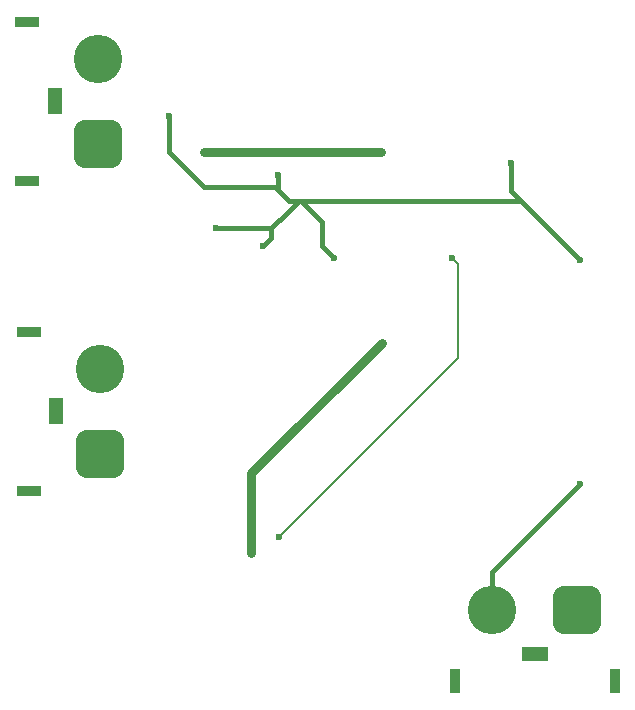
<source format=gbr>
%TF.GenerationSoftware,KiCad,Pcbnew,8.0.6*%
%TF.CreationDate,2025-02-02T12:33:11-05:00*%
%TF.ProjectId,Electrical schematic,456c6563-7472-4696-9361-6c2073636865,rev?*%
%TF.SameCoordinates,Original*%
%TF.FileFunction,Copper,L2,Bot*%
%TF.FilePolarity,Positive*%
%FSLAX46Y46*%
G04 Gerber Fmt 4.6, Leading zero omitted, Abs format (unit mm)*
G04 Created by KiCad (PCBNEW 8.0.6) date 2025-02-02 12:33:11*
%MOMM*%
%LPD*%
G01*
G04 APERTURE LIST*
G04 Aperture macros list*
%AMRoundRect*
0 Rectangle with rounded corners*
0 $1 Rounding radius*
0 $2 $3 $4 $5 $6 $7 $8 $9 X,Y pos of 4 corners*
0 Add a 4 corners polygon primitive as box body*
4,1,4,$2,$3,$4,$5,$6,$7,$8,$9,$2,$3,0*
0 Add four circle primitives for the rounded corners*
1,1,$1+$1,$2,$3*
1,1,$1+$1,$4,$5*
1,1,$1+$1,$6,$7*
1,1,$1+$1,$8,$9*
0 Add four rect primitives between the rounded corners*
20,1,$1+$1,$2,$3,$4,$5,0*
20,1,$1+$1,$4,$5,$6,$7,0*
20,1,$1+$1,$6,$7,$8,$9,0*
20,1,$1+$1,$8,$9,$2,$3,0*%
G04 Aperture macros list end*
%TA.AperFunction,ComponentPad*%
%ADD10R,2.000000X0.900000*%
%TD*%
%TA.AperFunction,ComponentPad*%
%ADD11RoundRect,1.025000X1.025000X-1.025000X1.025000X1.025000X-1.025000X1.025000X-1.025000X-1.025000X0*%
%TD*%
%TA.AperFunction,ComponentPad*%
%ADD12C,4.100000*%
%TD*%
%TA.AperFunction,ComponentPad*%
%ADD13R,1.300000X2.300000*%
%TD*%
%TA.AperFunction,ComponentPad*%
%ADD14R,2.300000X1.300000*%
%TD*%
%TA.AperFunction,ComponentPad*%
%ADD15RoundRect,1.025000X1.025000X1.025000X-1.025000X1.025000X-1.025000X-1.025000X1.025000X-1.025000X0*%
%TD*%
%TA.AperFunction,ComponentPad*%
%ADD16R,0.900000X2.000000*%
%TD*%
%TA.AperFunction,ViaPad*%
%ADD17C,0.600000*%
%TD*%
%TA.AperFunction,Conductor*%
%ADD18C,0.400000*%
%TD*%
%TA.AperFunction,Conductor*%
%ADD19C,0.800000*%
%TD*%
%TA.AperFunction,Conductor*%
%ADD20C,0.200000*%
%TD*%
G04 APERTURE END LIST*
D10*
%TO.P,J5,*%
%TO.N,*%
X117000000Y-93500000D03*
X117000000Y-80000000D03*
D11*
%TO.P,J5,1,+*%
%TO.N,/Buck Converter/Vout (5V 5A)*%
X123000000Y-90350000D03*
D12*
%TO.P,J5,2,-*%
%TO.N,GND*%
X123000000Y-83150000D03*
D13*
%TO.P,J5,3*%
%TO.N,N/C*%
X119350000Y-86750000D03*
%TD*%
D14*
%TO.P,J2,3*%
%TO.N,N/C*%
X160000000Y-133500000D03*
D12*
%TO.P,J2,2,-*%
%TO.N,GND*%
X156400000Y-129850000D03*
D15*
%TO.P,J2,1,+*%
%TO.N,/Current Sensor/CURRENT IN*%
X163600000Y-129850000D03*
D16*
%TO.P,J2,*%
%TO.N,*%
X153250000Y-135850000D03*
X166750000Y-135850000D03*
%TD*%
D10*
%TO.P,J3,*%
%TO.N,*%
X117150000Y-119750000D03*
X117150000Y-106250000D03*
D11*
%TO.P,J3,1,+*%
%TO.N,/Buck Converter/Vin (12V)*%
X123150000Y-116600000D03*
D12*
%TO.P,J3,2,-*%
%TO.N,GND*%
X123150000Y-109400000D03*
D13*
%TO.P,J3,3*%
%TO.N,N/C*%
X119500000Y-113000000D03*
%TD*%
D17*
%TO.N,GND*%
X138250000Y-93000000D03*
X137000000Y-99000000D03*
X163813800Y-100190000D03*
X158000000Y-92000000D03*
X163813800Y-119190000D03*
X129000000Y-88000000D03*
X133000000Y-97500000D03*
X156400000Y-129850000D03*
X143000000Y-100000000D03*
%TO.N,/Buck Converter/Vout (5V 5A)*%
X147000000Y-91000000D03*
X147057900Y-107190000D03*
X136000000Y-125000000D03*
X132000000Y-91000000D03*
%TO.N,/Current Sensor/VOLTAGE OUT (of reading)*%
X153000000Y-100000000D03*
X138325001Y-123635000D03*
%TD*%
D18*
%TO.N,GND*%
X140000000Y-95190000D02*
X139190000Y-95190000D01*
X139190000Y-95190000D02*
X138250000Y-94250000D01*
X147000000Y-95190000D02*
X158810000Y-95190000D01*
X137690000Y-98310000D02*
X137000000Y-99000000D01*
X140190000Y-95190000D02*
X140000000Y-95190000D01*
X156400000Y-126603800D02*
X163813800Y-119190000D01*
X158000000Y-94380000D02*
X158810000Y-95190000D01*
X137690000Y-97500000D02*
X137690000Y-98310000D01*
X158810000Y-95190000D02*
X158813800Y-95190000D01*
X138250000Y-94250000D02*
X138250000Y-93000000D01*
X140000000Y-95190000D02*
X144000000Y-95190000D01*
X143000000Y-100000000D02*
X142000000Y-99000000D01*
X142000000Y-97000000D02*
X140190000Y-95190000D01*
X137690000Y-97500000D02*
X133000000Y-97500000D01*
X138000000Y-94000000D02*
X132000000Y-94000000D01*
X158000000Y-92000000D02*
X158000000Y-94380000D01*
X156400000Y-129850000D02*
X156400000Y-126603800D01*
X129000000Y-91000000D02*
X129000000Y-88000000D01*
X144000000Y-95190000D02*
X147000000Y-95190000D01*
X163813800Y-119190000D02*
X163810000Y-119190000D01*
X139095000Y-96095000D02*
X137690000Y-97500000D01*
X158813800Y-95190000D02*
X163813800Y-100190000D01*
X140000000Y-95190000D02*
X139095000Y-96095000D01*
X138250000Y-94250000D02*
X138000000Y-94000000D01*
X142000000Y-99000000D02*
X142000000Y-97000000D01*
X132000000Y-94000000D02*
X129000000Y-91000000D01*
D19*
%TO.N,/Buck Converter/Vout (5V 5A)*%
X147000000Y-91000000D02*
X132000000Y-91000000D01*
X136000000Y-125000000D02*
X136000000Y-118247900D01*
X136000000Y-118247900D02*
X147057900Y-107190000D01*
D20*
%TO.N,/Current Sensor/VOLTAGE OUT (of reading)*%
X153500000Y-108500000D02*
X153500000Y-100500000D01*
X153500000Y-100500000D02*
X153000000Y-100000000D01*
X138325001Y-123635000D02*
X138365000Y-123635000D01*
X138365000Y-123635000D02*
X153500000Y-108500000D01*
%TD*%
M02*

</source>
